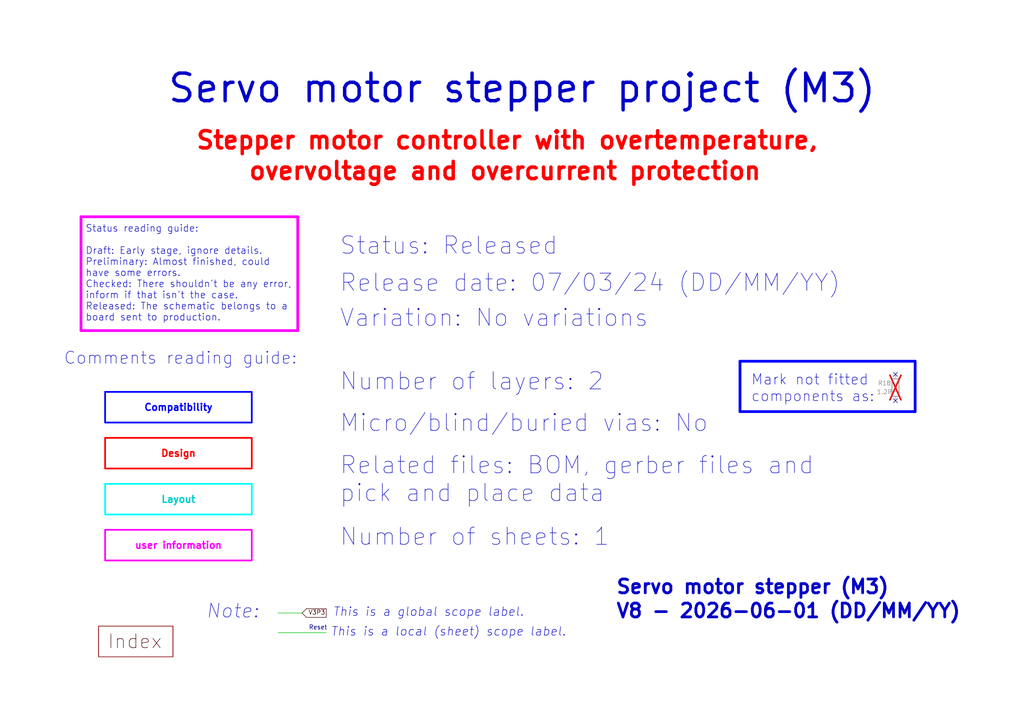
<source format=kicad_sch>
(kicad_sch (version 20231120) (generator "eeschema") (generator_version "8.0")
  (paper "A4")
  (title_block (title "Servo motor stepper - M3  project") (date "2024-07-17") (rev "V8"))
  (lib_symbols
    (symbol "Device:R" (pin_numbers hide) (pin_names (offset 0))
      (property "Reference" "R" (at 2.032 0 90))
      (property "Value" "R" (at 0 0 90))
      (symbol "R_0_1"
        (rectangle (start -1.016 -2.54) (end 1.016 2.54) (stroke (width 0.254)))
      )
      (symbol "R_1_1"
        (pin passive line (at 0 3.81 270) (length 1.27) (name "~") (number "1"))
        (pin passive line (at 0 -3.81 90) (length 1.27) (name "~") (number "2"))
      )
    )
  )
  (no_connect (at 259.715 108.585))
  (no_connect (at 259.715 116.205))
  (polyline (pts (xy 88.9 176.53) (xy 94.615 176.53)) (stroke (width 0) (color 72 0 0 1)))
  (polyline (pts (xy 214.63 104.775) (xy 265.43 104.775)) (stroke (width 0.8) (type solid) (color 0 0 255 1)))
  (polyline (pts (xy 23.495 95.885) (xy 23.495 62.865)) (stroke (width 0.8) (color 255 0 255 1)))
  (polyline (pts (xy 80.645 177.8) (xy 87.63 177.8)) (stroke (width 0) (color 0 194 0 1)))
  (polyline (pts (xy 87.63 177.8) (xy 88.9 179.07)) (stroke (width 0) (color 72 0 0 1)))
  (polyline (pts (xy 86.36 95.885) (xy 23.495 95.885)) (stroke (width 0.8) (color 255 0 255 1)))
  (polyline (pts (xy 265.43 119.38) (xy 214.63 119.38)) (stroke (width 0.8) (type solid) (color 0 0 255 1)))
  (polyline (pts (xy 265.43 104.775) (xy 265.43 119.38)) (stroke (width 0.8) (type solid) (color 0 0 255 1)))
  (polyline (pts (xy 88.9 179.07) (xy 94.615 179.07)) (stroke (width 0) (color 72 0 0 1)))
  (polyline (pts (xy 23.495 62.865) (xy 86.36 62.865)) (stroke (width 0.8) (color 255 0 255 1)))
  (polyline (pts (xy 80.645 183.515) (xy 94.615 183.515)) (stroke (width 0) (color 0 194 0 1)))
  (polyline (pts (xy 86.36 62.865) (xy 86.36 95.885)) (stroke (width 0.8) (color 255 0 255 1)))
  (polyline (pts (xy 94.615 176.53) (xy 94.615 179.07)) (stroke (width 0) (color 72 0 0 1)))
  (polyline (pts (xy 214.63 119.38) (xy 214.63 104.775)) (stroke (width 0.8) (type solid) (color 0 0 255 1)))
  (polyline (pts (xy 87.63 177.8) (xy 88.9 176.53)) (stroke (width 0) (color 72 0 0 1)))
  (text_box "Design" (at 30.48 127 0) (size 42.545 8.89) (stroke (width 0.5) (color 255 0 0 1)) (effects (font (size 2 2) (thickness 0.4) (bold yes))))
  (text_box "user information" (at 30.48 153.67 0) (size 42.545 8.89) (stroke (width 0.5) (color 255 0 255 1)) (effects (font (size 2 2) (thickness 0.4) (bold yes))))
  (text_box "Compatibility" (at 30.48 113.665 0) (size 42.545 8.89) (stroke (width 0.5) (color 0 0 255 1)) (effects (font (size 2 2) (thickness 0.4) (bold yes))))
  (text_box "Layout" (at 30.48 140.335 0) (size 42.545 8.89) (stroke (width 0.5) (color 0 255 255 1)) (effects (font (size 2 2) (thickness 0.4) (bold yes))))
  (text "Variation: No variations" (at 98.425 95.25 0) (effects (font (size 5 5)) (justify left bottom)))
  (text "${REVISION} - ${CURRENT_DATE} (DD/MM/YY)" (at 178.435 179.705 0) (effects (font (size 4 4) (thickness 0.8) (bold yes)) (justify left bottom)))
  (text "Status reading guide:\n\nDraft: Early stage, ignore details.\nPreliminary: Almost finished, could\nhave some errors.\nChecked: There shouldn't be any error,\ninform if that isn't the case.\nReleased: The schematic belongs to a \nboard sent to production." (at 24.765 93.345 0) (effects (font (size 2 2)) (justify left bottom)))
  (text "Servo motor stepper project (M3)" (at 48.26 30.48 0) (effects (font (size 8 8) (thickness 1) (bold yes)) (justify left bottom)))
  (text "This is a global scope label." (at 96.52 179.07 0) (effects (font (size 2.5 2.5) (italic yes)) (justify left bottom)))
  (text "Micro/blind/buried vias: No" (at 98.425 125.73 0) (effects (font (size 5 5)) (justify left bottom)))
  (text "Status: Released" (at 98.425 74.295 0) (effects (font (size 5 5)) (justify left bottom)))
  (text "Comments reading guide:" (at 18.415 106.045 0) (effects (font (size 3.5 3.5)) (justify left bottom)))
  (text "overvoltage and overcurrent protection" (at 71.755 52.705 0) (effects (font (size 5 5) (thickness 1) (bold yes)) (justify left bottom)))
  (text "Reset" (at 89.535 182.88 0) (effects (font (size 1.27 1.27)) (justify left bottom)))
  (text "Note:" (at 59.69 179.705 0) (effects (font (size 4 4) (italic yes)) (justify left bottom)))
  (text "Stepper motor controller with overtemperature," (at 56.515 43.815 0) (effects (font (size 5 5) (thickness 1) (bold yes)) (justify left bottom)))
  (text "Related files: BOM, gerber files and\npick and place data" (at 98.425 146.05 0) (effects (font (size 5 5)) (justify left bottom)))
  (text "Number of sheets: 1" (at 98.425 158.75 0) (effects (font (size 5 5)) (justify left bottom)))
  (text "This is a local (sheet) scope label." (at 95.885 184.785 0) (effects (font (size 2.5 2.5) (italic yes)) (justify left bottom)))
  (text "Index" (at 31.115 188.595 0) (effects (font (size 4 4)) (justify left bottom)))
  (text "Mark not fitted\ncomponents as:" (at 217.805 116.84 0) (effects (font (size 3 3)) (justify left bottom)))
  (text "Number of layers: 2" (at 98.425 113.665 0) (effects (font (size 5 5)) (justify left bottom)))
  (text "Release date: 07/03/24 (DD/MM/YY)" (at 98.425 85.09 0) (effects (font (size 5 5)) (justify left bottom)))
  (text "V3P3" (at 89.408 178.562 0) (effects (font (size 1.27 1.27)) (justify left bottom)))
  (text "Servo motor stepper (M3)" (at 178.435 172.72 0) (effects (font (size 4 4) (thickness 0.8) (bold yes)) (justify left bottom)))
  (symbol (lib_id "Device:R") (at 259.715 112.395 0) (unit 1) (exclude_from_sim yes) (in_bom no) (on_board no) (dnp yes)
    (property "Reference" "R18" (at 256.54 111.125 0))
    (property "Value" "1.2R" (at 256.54 113.665 0))
    (property "Footprint" "Resistor_SMD:R_0402_1005Metric" (effects (hide yes)))
  )
  (sheet (at 28.575 181.61) (size 21.59 8.89) (stroke (width 0.1524))
    (property "Sheetname" "index" (effects (hide yes)))
    (property "Sheetfile" "index.kicad_sch" (effects (hide yes)))
  )
)
</source>
